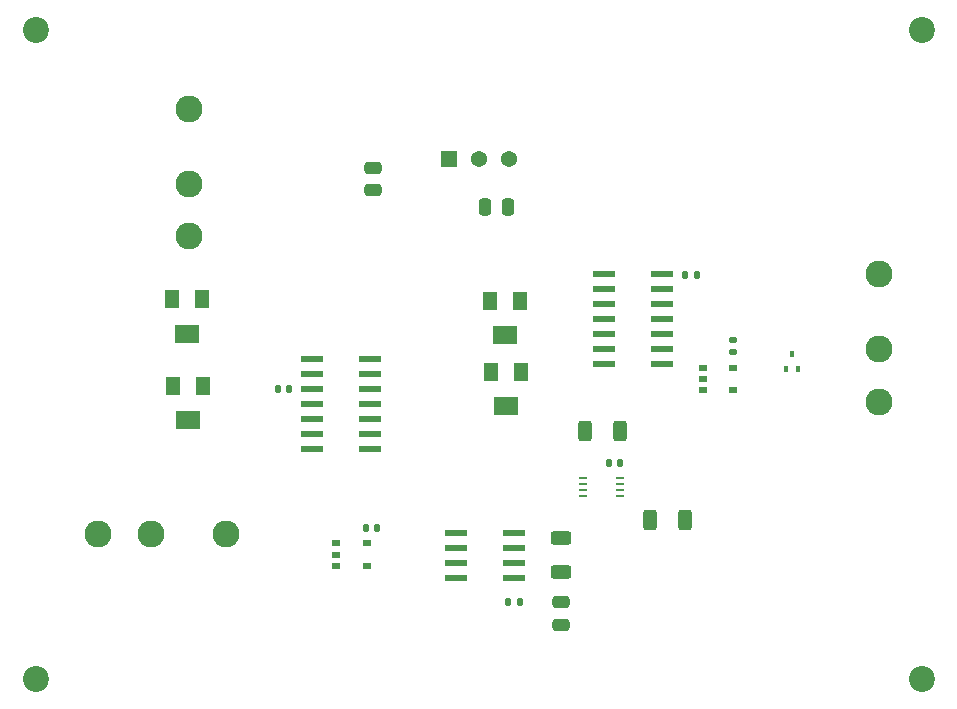
<source format=gbr>
%TF.GenerationSoftware,KiCad,Pcbnew,9.0.0*%
%TF.CreationDate,2025-04-18T23:18:59-05:00*%
%TF.ProjectId,BSPD,42535044-2e6b-4696-9361-645f70636258,rev?*%
%TF.SameCoordinates,Original*%
%TF.FileFunction,Soldermask,Top*%
%TF.FilePolarity,Negative*%
%FSLAX46Y46*%
G04 Gerber Fmt 4.6, Leading zero omitted, Abs format (unit mm)*
G04 Created by KiCad (PCBNEW 9.0.0) date 2025-04-18 23:18:59*
%MOMM*%
%LPD*%
G01*
G04 APERTURE LIST*
G04 Aperture macros list*
%AMRoundRect*
0 Rectangle with rounded corners*
0 $1 Rounding radius*
0 $2 $3 $4 $5 $6 $7 $8 $9 X,Y pos of 4 corners*
0 Add a 4 corners polygon primitive as box body*
4,1,4,$2,$3,$4,$5,$6,$7,$8,$9,$2,$3,0*
0 Add four circle primitives for the rounded corners*
1,1,$1+$1,$2,$3*
1,1,$1+$1,$4,$5*
1,1,$1+$1,$6,$7*
1,1,$1+$1,$8,$9*
0 Add four rect primitives between the rounded corners*
20,1,$1+$1,$2,$3,$4,$5,0*
20,1,$1+$1,$4,$5,$6,$7,0*
20,1,$1+$1,$6,$7,$8,$9,0*
20,1,$1+$1,$8,$9,$2,$3,0*%
G04 Aperture macros list end*
%ADD10R,1.981200X0.558800*%
%ADD11C,2.200000*%
%ADD12RoundRect,0.140000X-0.140000X-0.170000X0.140000X-0.170000X0.140000X0.170000X-0.140000X0.170000X0*%
%ADD13RoundRect,0.100000X-0.100000X0.155000X-0.100000X-0.155000X0.100000X-0.155000X0.100000X0.155000X0*%
%ADD14C,2.286000*%
%ADD15R,1.270000X1.549400*%
%ADD16R,2.006600X1.549400*%
%ADD17RoundRect,0.250000X-0.475000X0.250000X-0.475000X-0.250000X0.475000X-0.250000X0.475000X0.250000X0*%
%ADD18RoundRect,0.250000X-0.312500X-0.625000X0.312500X-0.625000X0.312500X0.625000X-0.312500X0.625000X0*%
%ADD19RoundRect,0.140000X0.170000X-0.140000X0.170000X0.140000X-0.170000X0.140000X-0.170000X-0.140000X0*%
%ADD20RoundRect,0.250000X-0.625000X0.312500X-0.625000X-0.312500X0.625000X-0.312500X0.625000X0.312500X0*%
%ADD21RoundRect,0.140000X0.140000X0.170000X-0.140000X0.170000X-0.140000X-0.170000X0.140000X-0.170000X0*%
%ADD22R,0.800001X0.549999*%
%ADD23RoundRect,0.250000X0.250000X0.475000X-0.250000X0.475000X-0.250000X-0.475000X0.250000X-0.475000X0*%
%ADD24R,1.371600X1.371600*%
%ADD25C,1.371600*%
%ADD26R,0.762000X0.254000*%
G04 APERTURE END LIST*
D10*
%TO.C,U106*%
X159236200Y-120695000D03*
X159236200Y-121965000D03*
X159236200Y-123235000D03*
X159236200Y-124505000D03*
X164163800Y-124505000D03*
X164163800Y-123235000D03*
X164163800Y-121965000D03*
X164163800Y-120695000D03*
%TD*%
D11*
%TO.C,H103*%
X198700000Y-133100000D03*
%TD*%
D12*
%TO.C,C103*%
X151620000Y-120300000D03*
X152580000Y-120300000D03*
%TD*%
D13*
%TO.C,Q101*%
X187200000Y-106882500D03*
X188200000Y-106882500D03*
X187700000Y-105592500D03*
%TD*%
D14*
%TO.C,U102*%
X136700000Y-91155000D03*
X136700000Y-84805000D03*
X136700000Y-95600000D03*
%TD*%
D15*
%TO.C,RV101*%
X137827597Y-108264946D03*
D16*
X136557597Y-111160546D03*
D15*
X135287597Y-108264946D03*
%TD*%
%TO.C,RV103*%
X164720000Y-101096700D03*
D16*
X163450000Y-103992300D03*
D15*
X162180000Y-101096700D03*
%TD*%
D17*
%TO.C,C108*%
X168200000Y-126600000D03*
X168200000Y-128500000D03*
%TD*%
D18*
%TO.C,R102*%
X175737500Y-119600001D03*
X178662500Y-119600001D03*
%TD*%
D17*
%TO.C,C102*%
X152250000Y-89800000D03*
X152250000Y-91700000D03*
%TD*%
D19*
%TO.C,C109*%
X182700000Y-105380000D03*
X182700000Y-104420000D03*
%TD*%
D20*
%TO.C,R103*%
X168200000Y-121137500D03*
X168200000Y-124062500D03*
%TD*%
D21*
%TO.C,C106*%
X173180000Y-114800000D03*
X172220000Y-114800000D03*
%TD*%
D14*
%TO.C,U110*%
X195100000Y-105186000D03*
X195100000Y-98836000D03*
X195100000Y-109631000D03*
%TD*%
D22*
%TO.C,U104*%
X149150000Y-121600000D03*
X149150000Y-122550001D03*
X149150000Y-123499999D03*
X151700000Y-123499999D03*
X151700000Y-121600000D03*
%TD*%
D11*
%TO.C,H104*%
X198700000Y-78100000D03*
%TD*%
%TO.C,H101*%
X123700000Y-78100000D03*
%TD*%
D23*
%TO.C,C104*%
X163650000Y-93100000D03*
X161750000Y-93100000D03*
%TD*%
D21*
%TO.C,C101*%
X145130000Y-108550000D03*
X144170000Y-108550000D03*
%TD*%
D24*
%TO.C,U103*%
X158700000Y-89100000D03*
D25*
X161240000Y-89100000D03*
X163780000Y-89100000D03*
%TD*%
D12*
%TO.C,C107*%
X178690000Y-98850000D03*
X179650000Y-98850000D03*
%TD*%
D18*
%TO.C,R101*%
X170237500Y-112100001D03*
X173162500Y-112100001D03*
%TD*%
D10*
%TO.C,U108*%
X171772400Y-98830000D03*
X171772400Y-100100000D03*
X171772400Y-101370000D03*
X171772400Y-102640000D03*
X171772400Y-103910000D03*
X171772400Y-105180000D03*
X171772400Y-106450000D03*
X176700000Y-106450000D03*
X176700000Y-105180000D03*
X176700000Y-103910000D03*
X176700000Y-102640000D03*
X176700000Y-101370000D03*
X176700000Y-100100000D03*
X176700000Y-98830000D03*
%TD*%
D14*
%TO.C,U101*%
X133414000Y-120850000D03*
X139764000Y-120850000D03*
X128969000Y-120850000D03*
%TD*%
D11*
%TO.C,H102*%
X123700000Y-133100000D03*
%TD*%
D22*
%TO.C,U109*%
X180150000Y-106740001D03*
X180150000Y-107690002D03*
X180150000Y-108640000D03*
X182700000Y-108640000D03*
X182700000Y-106740001D03*
%TD*%
D26*
%TO.C,U107*%
X170050400Y-116099999D03*
X170050400Y-116600000D03*
X170050400Y-117100000D03*
X170050400Y-117600001D03*
X173200000Y-117600001D03*
X173200000Y-117100000D03*
X173200000Y-116600000D03*
X173200000Y-116099999D03*
%TD*%
D21*
%TO.C,C105*%
X164680000Y-126600000D03*
X163720000Y-126600000D03*
%TD*%
D15*
%TO.C,RV104*%
X164740000Y-107100000D03*
D16*
X163470000Y-109995600D03*
D15*
X162200000Y-107100000D03*
%TD*%
D10*
%TO.C,U105*%
X147097300Y-105990000D03*
X147097300Y-107260000D03*
X147097300Y-108530000D03*
X147097300Y-109800000D03*
X147097300Y-111070000D03*
X147097300Y-112340000D03*
X147097300Y-113610000D03*
X152024900Y-113610000D03*
X152024900Y-112340000D03*
X152024900Y-111070000D03*
X152024900Y-109800000D03*
X152024900Y-108530000D03*
X152024900Y-107260000D03*
X152024900Y-105990000D03*
%TD*%
D15*
%TO.C,RV102*%
X137770000Y-100959400D03*
D16*
X136500000Y-103855000D03*
D15*
X135230000Y-100959400D03*
%TD*%
M02*

</source>
